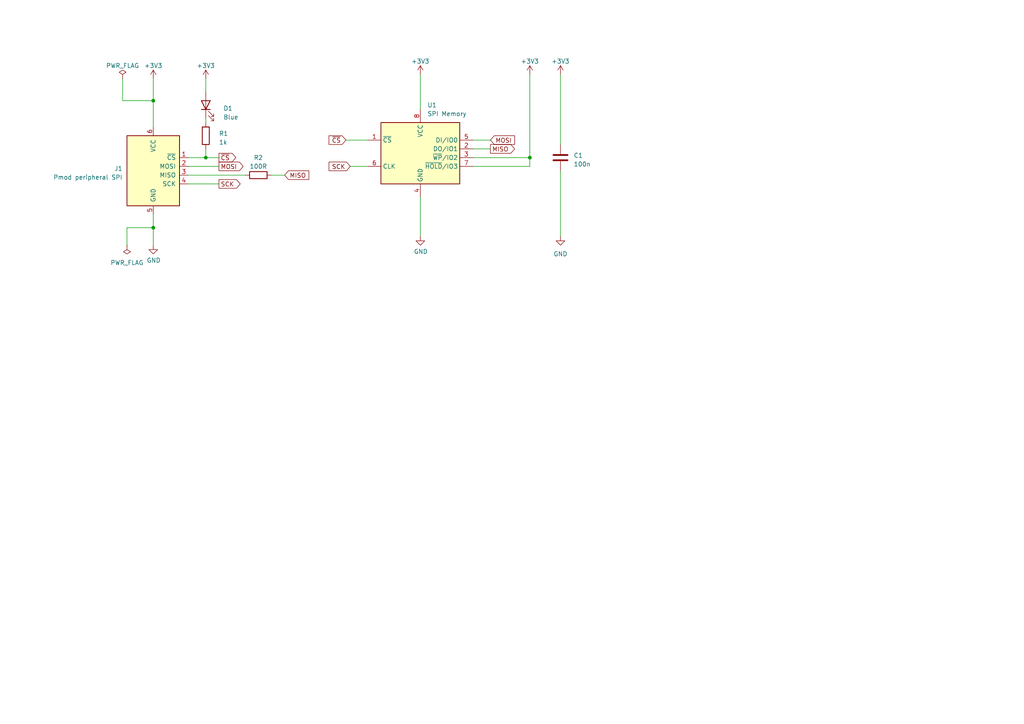
<source format=kicad_sch>
(kicad_sch (version 20230121) (generator eeschema)

  (uuid ef409a08-157a-48a5-aaa9-474c2683968c)

  (paper "A4")

  (title_block
    (title "PMOD SPI Memory")
    (date "2023-03-31")
    (rev "V1.0")
    (company "https://github.com/atoomnetmarc/PMOD-SPI-Memory")
  )

  (lib_symbols
    (symbol "Connector-extra:Pmod-peripheral-spi" (pin_names (offset 1.016)) (in_bom yes) (on_board yes)
      (property "Reference" "J" (at -6.985 11.43 0)
        (effects (font (size 1.27 1.27)))
      )
      (property "Value" "Pmod peripheral SPI" (at 0.635 11.43 0)
        (effects (font (size 1.27 1.27)) (justify left))
      )
      (property "Footprint" "Connector_PinHeader_2.54mm-extra:PinHeader_1x06_P2.54mm_Horizontal" (at 0 -15.24 0)
        (effects (font (size 1.27 1.27)) hide)
      )
      (property "Datasheet" "https://digilent.com/reference/pmod/start" (at -1.27 -17.78 0)
        (effects (font (size 1.27 1.27)) hide)
      )
      (property "ki_keywords" "pmod" (at 0 0 0)
        (effects (font (size 1.27 1.27)) hide)
      )
      (property "ki_description" "Pmod Interface Type 2 (SPI) peripheral" (at 0 0 0)
        (effects (font (size 1.27 1.27)) hide)
      )
      (symbol "Pmod-peripheral-spi_0_1"
        (rectangle (start -7.62 10.16) (end 7.62 -10.16)
          (stroke (width 0.254) (type default))
          (fill (type background))
        )
      )
      (symbol "Pmod-peripheral-spi_1_1"
        (pin output line (at 10.16 3.81 180) (length 2.54)
          (name "~{CS}" (effects (font (size 1.27 1.27))))
          (number "1" (effects (font (size 1.27 1.27))))
        )
        (pin output line (at 10.16 1.27 180) (length 2.54)
          (name "MOSI" (effects (font (size 1.27 1.27))))
          (number "2" (effects (font (size 1.27 1.27))))
        )
        (pin input line (at 10.16 -1.27 180) (length 2.54)
          (name "MISO" (effects (font (size 1.27 1.27))))
          (number "3" (effects (font (size 1.27 1.27))))
        )
        (pin output line (at 10.16 -3.81 180) (length 2.54)
          (name "SCK" (effects (font (size 1.27 1.27))))
          (number "4" (effects (font (size 1.27 1.27))))
        )
        (pin power_in line (at 0 -12.7 90) (length 2.54)
          (name "GND" (effects (font (size 1.27 1.27))))
          (number "5" (effects (font (size 1.27 1.27))))
        )
        (pin power_in line (at 0 12.7 270) (length 2.54)
          (name "VCC" (effects (font (size 1.27 1.27))))
          (number "6" (effects (font (size 1.27 1.27))))
        )
      )
    )
    (symbol "Device:C" (pin_numbers hide) (pin_names (offset 0.254)) (in_bom yes) (on_board yes)
      (property "Reference" "C" (at 0.635 2.54 0)
        (effects (font (size 1.27 1.27)) (justify left))
      )
      (property "Value" "C" (at 0.635 -2.54 0)
        (effects (font (size 1.27 1.27)) (justify left))
      )
      (property "Footprint" "" (at 0.9652 -3.81 0)
        (effects (font (size 1.27 1.27)) hide)
      )
      (property "Datasheet" "~" (at 0 0 0)
        (effects (font (size 1.27 1.27)) hide)
      )
      (property "ki_keywords" "cap capacitor" (at 0 0 0)
        (effects (font (size 1.27 1.27)) hide)
      )
      (property "ki_description" "Unpolarized capacitor" (at 0 0 0)
        (effects (font (size 1.27 1.27)) hide)
      )
      (property "ki_fp_filters" "C_*" (at 0 0 0)
        (effects (font (size 1.27 1.27)) hide)
      )
      (symbol "C_0_1"
        (polyline
          (pts
            (xy -2.032 -0.762)
            (xy 2.032 -0.762)
          )
          (stroke (width 0.508) (type default))
          (fill (type none))
        )
        (polyline
          (pts
            (xy -2.032 0.762)
            (xy 2.032 0.762)
          )
          (stroke (width 0.508) (type default))
          (fill (type none))
        )
      )
      (symbol "C_1_1"
        (pin passive line (at 0 3.81 270) (length 2.794)
          (name "~" (effects (font (size 1.27 1.27))))
          (number "1" (effects (font (size 1.27 1.27))))
        )
        (pin passive line (at 0 -3.81 90) (length 2.794)
          (name "~" (effects (font (size 1.27 1.27))))
          (number "2" (effects (font (size 1.27 1.27))))
        )
      )
    )
    (symbol "Device:LED" (pin_numbers hide) (pin_names (offset 1.016) hide) (in_bom yes) (on_board yes)
      (property "Reference" "D" (at 0 2.54 0)
        (effects (font (size 1.27 1.27)))
      )
      (property "Value" "LED" (at 0 -2.54 0)
        (effects (font (size 1.27 1.27)))
      )
      (property "Footprint" "" (at 0 0 0)
        (effects (font (size 1.27 1.27)) hide)
      )
      (property "Datasheet" "~" (at 0 0 0)
        (effects (font (size 1.27 1.27)) hide)
      )
      (property "ki_keywords" "LED diode" (at 0 0 0)
        (effects (font (size 1.27 1.27)) hide)
      )
      (property "ki_description" "Light emitting diode" (at 0 0 0)
        (effects (font (size 1.27 1.27)) hide)
      )
      (property "ki_fp_filters" "LED* LED_SMD:* LED_THT:*" (at 0 0 0)
        (effects (font (size 1.27 1.27)) hide)
      )
      (symbol "LED_0_1"
        (polyline
          (pts
            (xy -1.27 -1.27)
            (xy -1.27 1.27)
          )
          (stroke (width 0.254) (type default))
          (fill (type none))
        )
        (polyline
          (pts
            (xy -1.27 0)
            (xy 1.27 0)
          )
          (stroke (width 0) (type default))
          (fill (type none))
        )
        (polyline
          (pts
            (xy 1.27 -1.27)
            (xy 1.27 1.27)
            (xy -1.27 0)
            (xy 1.27 -1.27)
          )
          (stroke (width 0.254) (type default))
          (fill (type none))
        )
        (polyline
          (pts
            (xy -3.048 -0.762)
            (xy -4.572 -2.286)
            (xy -3.81 -2.286)
            (xy -4.572 -2.286)
            (xy -4.572 -1.524)
          )
          (stroke (width 0) (type default))
          (fill (type none))
        )
        (polyline
          (pts
            (xy -1.778 -0.762)
            (xy -3.302 -2.286)
            (xy -2.54 -2.286)
            (xy -3.302 -2.286)
            (xy -3.302 -1.524)
          )
          (stroke (width 0) (type default))
          (fill (type none))
        )
      )
      (symbol "LED_1_1"
        (pin passive line (at -3.81 0 0) (length 2.54)
          (name "K" (effects (font (size 1.27 1.27))))
          (number "1" (effects (font (size 1.27 1.27))))
        )
        (pin passive line (at 3.81 0 180) (length 2.54)
          (name "A" (effects (font (size 1.27 1.27))))
          (number "2" (effects (font (size 1.27 1.27))))
        )
      )
    )
    (symbol "Device:R" (pin_numbers hide) (pin_names (offset 0)) (in_bom yes) (on_board yes)
      (property "Reference" "R" (at 2.032 0 90)
        (effects (font (size 1.27 1.27)))
      )
      (property "Value" "R" (at 0 0 90)
        (effects (font (size 1.27 1.27)))
      )
      (property "Footprint" "" (at -1.778 0 90)
        (effects (font (size 1.27 1.27)) hide)
      )
      (property "Datasheet" "~" (at 0 0 0)
        (effects (font (size 1.27 1.27)) hide)
      )
      (property "ki_keywords" "R res resistor" (at 0 0 0)
        (effects (font (size 1.27 1.27)) hide)
      )
      (property "ki_description" "Resistor" (at 0 0 0)
        (effects (font (size 1.27 1.27)) hide)
      )
      (property "ki_fp_filters" "R_*" (at 0 0 0)
        (effects (font (size 1.27 1.27)) hide)
      )
      (symbol "R_0_1"
        (rectangle (start -1.016 -2.54) (end 1.016 2.54)
          (stroke (width 0.254) (type default))
          (fill (type none))
        )
      )
      (symbol "R_1_1"
        (pin passive line (at 0 3.81 270) (length 1.27)
          (name "~" (effects (font (size 1.27 1.27))))
          (number "1" (effects (font (size 1.27 1.27))))
        )
        (pin passive line (at 0 -3.81 90) (length 1.27)
          (name "~" (effects (font (size 1.27 1.27))))
          (number "2" (effects (font (size 1.27 1.27))))
        )
      )
    )
    (symbol "Memory_Flash-extra:W25Q64FV" (in_bom yes) (on_board yes)
      (property "Reference" "U" (at 2.54 12.7 0)
        (effects (font (size 1.27 1.27)))
      )
      (property "Value" "W25Q64FV" (at 5.08 10.16 0)
        (effects (font (size 1.27 1.27)))
      )
      (property "Footprint" "Package_SO-fixed:SOIC-8_5.23x5.23mm_P1.27mm" (at 0 -15.24 0)
        (effects (font (size 1.27 1.27)) hide)
      )
      (property "Datasheet" "" (at 0 0 0)
        (effects (font (size 1.27 1.27)) hide)
      )
      (property "ki_keywords" "SPI DSPI QSPI 64Mbit 3V" (at 0 0 0)
        (effects (font (size 1.27 1.27)) hide)
      )
      (property "ki_description" "64-Mbit, 3V Minimum SPI Serial Flash Memory with Dual-I/O and Quad-I/O Support, SOIC-8" (at 0 0 0)
        (effects (font (size 1.27 1.27)) hide)
      )
      (property "ki_fp_filters" "SOIC?8*5.23x5.23mm*P1.27mm*" (at 0 0 0)
        (effects (font (size 1.27 1.27)) hide)
      )
      (symbol "W25Q64FV_1_1"
        (rectangle (start -11.43 8.89) (end 11.43 -8.89)
          (stroke (width 0.254) (type default))
          (fill (type background))
        )
        (pin input line (at -15.24 3.81 0) (length 3.81)
          (name "~{CS}" (effects (font (size 1.27 1.27))))
          (number "1" (effects (font (size 1.27 1.27))))
        )
        (pin bidirectional line (at 15.24 1.27 180) (length 3.81)
          (name "DO/IO1" (effects (font (size 1.27 1.27))))
          (number "2" (effects (font (size 1.27 1.27))))
        )
        (pin passive line (at 15.24 -1.27 180) (length 3.81)
          (name "~{WP}/IO2" (effects (font (size 1.27 1.27))))
          (number "3" (effects (font (size 1.27 1.27))))
        )
        (pin power_in line (at 0 -12.7 90) (length 3.81)
          (name "GND" (effects (font (size 1.27 1.27))))
          (number "4" (effects (font (size 1.27 1.27))))
        )
        (pin bidirectional line (at 15.24 3.81 180) (length 3.81)
          (name "DI/IO0" (effects (font (size 1.27 1.27))))
          (number "5" (effects (font (size 1.27 1.27))))
        )
        (pin input line (at -15.24 -3.81 0) (length 3.81)
          (name "CLK" (effects (font (size 1.27 1.27))))
          (number "6" (effects (font (size 1.27 1.27))))
        )
        (pin passive line (at 15.24 -3.81 180) (length 3.81)
          (name "~{HOLD}/IO3" (effects (font (size 1.27 1.27))))
          (number "7" (effects (font (size 1.27 1.27))))
        )
        (pin power_in line (at 0 12.7 270) (length 3.81)
          (name "VCC" (effects (font (size 1.27 1.27))))
          (number "8" (effects (font (size 1.27 1.27))))
        )
      )
    )
    (symbol "power:+3V3" (power) (pin_names (offset 0)) (in_bom yes) (on_board yes)
      (property "Reference" "#PWR" (at 0 -3.81 0)
        (effects (font (size 1.27 1.27)) hide)
      )
      (property "Value" "+3V3" (at 0 3.556 0)
        (effects (font (size 1.27 1.27)))
      )
      (property "Footprint" "" (at 0 0 0)
        (effects (font (size 1.27 1.27)) hide)
      )
      (property "Datasheet" "" (at 0 0 0)
        (effects (font (size 1.27 1.27)) hide)
      )
      (property "ki_keywords" "global power" (at 0 0 0)
        (effects (font (size 1.27 1.27)) hide)
      )
      (property "ki_description" "Power symbol creates a global label with name \"+3V3\"" (at 0 0 0)
        (effects (font (size 1.27 1.27)) hide)
      )
      (symbol "+3V3_0_1"
        (polyline
          (pts
            (xy -0.762 1.27)
            (xy 0 2.54)
          )
          (stroke (width 0) (type default))
          (fill (type none))
        )
        (polyline
          (pts
            (xy 0 0)
            (xy 0 2.54)
          )
          (stroke (width 0) (type default))
          (fill (type none))
        )
        (polyline
          (pts
            (xy 0 2.54)
            (xy 0.762 1.27)
          )
          (stroke (width 0) (type default))
          (fill (type none))
        )
      )
      (symbol "+3V3_1_1"
        (pin power_in line (at 0 0 90) (length 0) hide
          (name "+3V3" (effects (font (size 1.27 1.27))))
          (number "1" (effects (font (size 1.27 1.27))))
        )
      )
    )
    (symbol "power:GND" (power) (pin_names (offset 0)) (in_bom yes) (on_board yes)
      (property "Reference" "#PWR" (at 0 -6.35 0)
        (effects (font (size 1.27 1.27)) hide)
      )
      (property "Value" "GND" (at 0 -3.81 0)
        (effects (font (size 1.27 1.27)))
      )
      (property "Footprint" "" (at 0 0 0)
        (effects (font (size 1.27 1.27)) hide)
      )
      (property "Datasheet" "" (at 0 0 0)
        (effects (font (size 1.27 1.27)) hide)
      )
      (property "ki_keywords" "global power" (at 0 0 0)
        (effects (font (size 1.27 1.27)) hide)
      )
      (property "ki_description" "Power symbol creates a global label with name \"GND\" , ground" (at 0 0 0)
        (effects (font (size 1.27 1.27)) hide)
      )
      (symbol "GND_0_1"
        (polyline
          (pts
            (xy 0 0)
            (xy 0 -1.27)
            (xy 1.27 -1.27)
            (xy 0 -2.54)
            (xy -1.27 -1.27)
            (xy 0 -1.27)
          )
          (stroke (width 0) (type default))
          (fill (type none))
        )
      )
      (symbol "GND_1_1"
        (pin power_in line (at 0 0 270) (length 0) hide
          (name "GND" (effects (font (size 1.27 1.27))))
          (number "1" (effects (font (size 1.27 1.27))))
        )
      )
    )
    (symbol "power:PWR_FLAG" (power) (pin_numbers hide) (pin_names (offset 0) hide) (in_bom yes) (on_board yes)
      (property "Reference" "#FLG" (at 0 1.905 0)
        (effects (font (size 1.27 1.27)) hide)
      )
      (property "Value" "PWR_FLAG" (at 0 3.81 0)
        (effects (font (size 1.27 1.27)))
      )
      (property "Footprint" "" (at 0 0 0)
        (effects (font (size 1.27 1.27)) hide)
      )
      (property "Datasheet" "~" (at 0 0 0)
        (effects (font (size 1.27 1.27)) hide)
      )
      (property "ki_keywords" "flag power" (at 0 0 0)
        (effects (font (size 1.27 1.27)) hide)
      )
      (property "ki_description" "Special symbol for telling ERC where power comes from" (at 0 0 0)
        (effects (font (size 1.27 1.27)) hide)
      )
      (symbol "PWR_FLAG_0_0"
        (pin power_out line (at 0 0 90) (length 0)
          (name "pwr" (effects (font (size 1.27 1.27))))
          (number "1" (effects (font (size 1.27 1.27))))
        )
      )
      (symbol "PWR_FLAG_0_1"
        (polyline
          (pts
            (xy 0 0)
            (xy 0 1.27)
            (xy -1.016 1.905)
            (xy 0 2.54)
            (xy 1.016 1.905)
            (xy 0 1.27)
          )
          (stroke (width 0) (type default))
          (fill (type none))
        )
      )
    )
  )

  (junction (at 153.67 45.72) (diameter 0) (color 0 0 0 0)
    (uuid 199a99b3-0f51-427e-8d4c-87659c983d65)
  )
  (junction (at 59.69 45.72) (diameter 0) (color 0 0 0 0)
    (uuid edfa718a-dd0d-437c-8e42-87106c8353f3)
  )
  (junction (at 44.45 29.21) (diameter 0) (color 0 0 0 0)
    (uuid eee73422-3f27-45f0-a222-c38cf9218c5c)
  )
  (junction (at 44.45 66.04) (diameter 0) (color 0 0 0 0)
    (uuid fa9c374f-b149-4673-bf45-6a2464dfc6d7)
  )

  (wire (pts (xy 153.67 21.59) (xy 153.67 45.72))
    (stroke (width 0) (type default))
    (uuid 0043d642-b5c8-456c-b0d5-ab06559cd33d)
  )
  (wire (pts (xy 101.6 48.26) (xy 106.68 48.26))
    (stroke (width 0) (type default))
    (uuid 07475cf9-2c70-4237-9c8b-55b5f0ee67fa)
  )
  (wire (pts (xy 137.16 48.26) (xy 153.67 48.26))
    (stroke (width 0) (type default))
    (uuid 08f0c28c-5b1f-4a1d-bc42-62bc677becec)
  )
  (wire (pts (xy 162.56 49.53) (xy 162.56 68.58))
    (stroke (width 0) (type default))
    (uuid 09983d2d-ad3c-46a5-84f4-210397425dc2)
  )
  (wire (pts (xy 121.92 21.59) (xy 121.92 31.75))
    (stroke (width 0) (type default))
    (uuid 0ca2a914-957e-422b-a171-51126d0b82e1)
  )
  (wire (pts (xy 100.33 40.64) (xy 106.68 40.64))
    (stroke (width 0) (type default))
    (uuid 22c3d72e-e754-4a52-8c1c-1381f1b5abdb)
  )
  (wire (pts (xy 59.69 26.67) (xy 59.69 22.86))
    (stroke (width 0) (type default))
    (uuid 266a7df1-51e1-4c14-8a0a-926973cbe612)
  )
  (wire (pts (xy 54.61 45.72) (xy 59.69 45.72))
    (stroke (width 0) (type default))
    (uuid 34467498-e4c1-400e-9deb-97d3d91ba865)
  )
  (wire (pts (xy 44.45 66.04) (xy 44.45 71.12))
    (stroke (width 0) (type default))
    (uuid 3997eca3-9bce-47de-bf30-5d51ea26afe5)
  )
  (wire (pts (xy 162.56 21.59) (xy 162.56 41.91))
    (stroke (width 0) (type default))
    (uuid 4368c172-7642-42dc-bba3-67174fe29d25)
  )
  (wire (pts (xy 137.16 43.18) (xy 142.24 43.18))
    (stroke (width 0) (type default))
    (uuid 4d6a6bef-e20b-462b-b7d8-c49a951ea7f1)
  )
  (wire (pts (xy 59.69 45.72) (xy 63.5 45.72))
    (stroke (width 0) (type default))
    (uuid 4e2a5cb9-4f33-4c33-80e0-571697b3c8bf)
  )
  (wire (pts (xy 36.83 66.04) (xy 44.45 66.04))
    (stroke (width 0) (type default))
    (uuid 5aa799a1-0c79-4147-a2f1-6bb2f1804313)
  )
  (wire (pts (xy 78.74 50.8) (xy 82.55 50.8))
    (stroke (width 0) (type default))
    (uuid 5b3744fc-a6a1-4cfc-add1-dba00fbd0fa5)
  )
  (wire (pts (xy 54.61 50.8) (xy 71.12 50.8))
    (stroke (width 0) (type default))
    (uuid 5c890b76-6a9f-41a4-a32c-726cf9dce9fa)
  )
  (wire (pts (xy 137.16 45.72) (xy 153.67 45.72))
    (stroke (width 0) (type default))
    (uuid 61f2473c-5ee7-40a3-a46b-29ac043649f7)
  )
  (wire (pts (xy 44.45 29.21) (xy 44.45 36.83))
    (stroke (width 0) (type default))
    (uuid 66216b20-7e49-4f3d-bd8a-bc5cfa69112e)
  )
  (wire (pts (xy 137.16 40.64) (xy 142.24 40.64))
    (stroke (width 0) (type default))
    (uuid 6b2c4257-48e4-4f38-bd58-a7b6d136d144)
  )
  (wire (pts (xy 54.61 53.34) (xy 63.5 53.34))
    (stroke (width 0) (type default))
    (uuid 73c1304c-0a17-4caa-ae0c-c6a556a42163)
  )
  (wire (pts (xy 44.45 62.23) (xy 44.45 66.04))
    (stroke (width 0) (type default))
    (uuid 76d4e58f-68b4-47a0-9bc6-aff877c01182)
  )
  (wire (pts (xy 35.56 22.86) (xy 35.56 29.21))
    (stroke (width 0) (type default))
    (uuid 7a9fbe91-3905-4422-a232-73745cfa2218)
  )
  (wire (pts (xy 59.69 35.56) (xy 59.69 34.29))
    (stroke (width 0) (type default))
    (uuid 887770c4-3ad1-4e91-a043-db2167e6bee5)
  )
  (wire (pts (xy 44.45 22.86) (xy 44.45 29.21))
    (stroke (width 0) (type default))
    (uuid a3c71ed2-6717-49e2-ae16-068c2a2f6d7e)
  )
  (wire (pts (xy 121.92 57.15) (xy 121.92 68.58))
    (stroke (width 0) (type default))
    (uuid b61e14d0-5975-4013-b0af-9e41dc1b727c)
  )
  (wire (pts (xy 54.61 48.26) (xy 63.5 48.26))
    (stroke (width 0) (type default))
    (uuid c73e995d-8430-4a49-afb6-20ac3b9b0390)
  )
  (wire (pts (xy 36.83 71.12) (xy 36.83 66.04))
    (stroke (width 0) (type default))
    (uuid ddf7375c-8f63-4184-a429-b1c6946a27ea)
  )
  (wire (pts (xy 153.67 48.26) (xy 153.67 45.72))
    (stroke (width 0) (type default))
    (uuid e0dfc3d2-e99f-47ab-af62-55020305af23)
  )
  (wire (pts (xy 59.69 43.18) (xy 59.69 45.72))
    (stroke (width 0) (type default))
    (uuid e843c3eb-79c6-4922-bda6-abc4777e04a7)
  )
  (wire (pts (xy 35.56 29.21) (xy 44.45 29.21))
    (stroke (width 0) (type default))
    (uuid f27d7d14-dfce-4ef1-ac39-2ba384016f30)
  )

  (global_label "MISO" (shape output) (at 142.24 43.18 0) (fields_autoplaced)
    (effects (font (size 1.27 1.27)) (justify left))
    (uuid 341fdeef-b8af-413b-8894-fb4bb8fc09cf)
    (property "Intersheetrefs" "${INTERSHEET_REFS}" (at 153.0077 43.18 0)
      (effects (font (size 1.27 1.27)) (justify left) hide)
    )
  )
  (global_label "~{CS}" (shape output) (at 63.5 45.72 0) (fields_autoplaced)
    (effects (font (size 1.27 1.27)) (justify left))
    (uuid 53a38a06-2ca5-4f5b-ac63-c4c702d05554)
    (property "Intersheetrefs" "${INTERSHEET_REFS}" (at 68.8853 45.72 0)
      (effects (font (size 1.27 1.27)) (justify left) hide)
    )
  )
  (global_label "SCK" (shape input) (at 101.6 48.26 180) (fields_autoplaced)
    (effects (font (size 1.27 1.27)) (justify right))
    (uuid 8f4b45ff-a261-4bed-8de5-72b3e91e470b)
    (property "Intersheetrefs" "${INTERSHEET_REFS}" (at 91.679 48.26 0)
      (effects (font (size 1.27 1.27)) (justify right) hide)
    )
  )
  (global_label "MOSI" (shape input) (at 142.24 40.64 0) (fields_autoplaced)
    (effects (font (size 1.27 1.27)) (justify left))
    (uuid 9ed16105-2d00-4b9a-b895-3750f6777c87)
    (property "Intersheetrefs" "${INTERSHEET_REFS}" (at 153.0077 40.64 0)
      (effects (font (size 1.27 1.27)) (justify left) hide)
    )
  )
  (global_label "MOSI" (shape output) (at 63.5 48.26 0) (fields_autoplaced)
    (effects (font (size 1.27 1.27)) (justify left))
    (uuid b4d68599-0d37-47ae-bd81-eef201dd5ddc)
    (property "Intersheetrefs" "${INTERSHEET_REFS}" (at 71.002 48.26 0)
      (effects (font (size 1.27 1.27)) (justify left) hide)
    )
  )
  (global_label "SCK" (shape output) (at 63.5 53.34 0) (fields_autoplaced)
    (effects (font (size 1.27 1.27)) (justify left))
    (uuid d4e72770-3db8-4671-8338-e25dc08c63c8)
    (property "Intersheetrefs" "${INTERSHEET_REFS}" (at 70.1553 53.34 0)
      (effects (font (size 1.27 1.27)) (justify left) hide)
    )
  )
  (global_label "MISO" (shape input) (at 82.55 50.8 0) (fields_autoplaced)
    (effects (font (size 1.27 1.27)) (justify left))
    (uuid d6b162d8-e52c-4f72-9a92-95698c6d116f)
    (property "Intersheetrefs" "${INTERSHEET_REFS}" (at 90.052 50.8 0)
      (effects (font (size 1.27 1.27)) (justify left) hide)
    )
  )
  (global_label "~{CS}" (shape input) (at 100.33 40.64 180) (fields_autoplaced)
    (effects (font (size 1.27 1.27)) (justify right))
    (uuid d89923e4-4510-42ef-9806-4e23377df18e)
    (property "Intersheetrefs" "${INTERSHEET_REFS}" (at 94.9447 40.64 0)
      (effects (font (size 1.27 1.27)) (justify right) hide)
    )
  )

  (symbol (lib_id "Device:R") (at 59.69 39.37 0) (unit 1)
    (in_bom yes) (on_board yes) (dnp no) (fields_autoplaced)
    (uuid 11abda66-b405-477e-b214-a26ae952ebc6)
    (property "Reference" "R20" (at 63.5 38.735 0)
      (effects (font (size 1.27 1.27)) (justify left))
    )
    (property "Value" "1k" (at 63.5 41.275 0)
      (effects (font (size 1.27 1.27)) (justify left))
    )
    (property "Footprint" "Resistor_SMD:R_0805_2012Metric_Pad1.20x1.40mm_HandSolder" (at 57.912 39.37 90)
      (effects (font (size 1.27 1.27)) hide)
    )
    (property "Datasheet" "~" (at 59.69 39.37 0)
      (effects (font (size 1.27 1.27)) hide)
    )
    (pin "1" (uuid 15d8172f-d60e-4949-b424-ed2c547efcfd))
    (pin "2" (uuid eb759276-96f5-4cff-8042-c8ce20680abf))
    (instances
      (project "RISC-V emulator AVR"
        (path "/b25be410-ef2b-47a5-b0e7-4e30ab693d4d"
          (reference "R20") (unit 1)
        )
        (path "/b25be410-ef2b-47a5-b0e7-4e30ab693d4d/d85ed16e-ff2b-4233-8758-87eae0a45173"
          (reference "R18") (unit 1)
        )
      )
      (project "PMOD SPI Memory"
        (path "/ef409a08-157a-48a5-aaa9-474c2683968c"
          (reference "R1") (unit 1)
        )
      )
    )
  )

  (symbol (lib_id "power:+3V3") (at 121.92 21.59 0) (unit 1)
    (in_bom yes) (on_board yes) (dnp no) (fields_autoplaced)
    (uuid 1450e0b3-3073-449c-bd15-76c03964fd1f)
    (property "Reference" "#PWR03" (at 121.92 25.4 0)
      (effects (font (size 1.27 1.27)) hide)
    )
    (property "Value" "+3V3" (at 121.92 17.78 0)
      (effects (font (size 1.27 1.27)))
    )
    (property "Footprint" "" (at 121.92 21.59 0)
      (effects (font (size 1.27 1.27)) hide)
    )
    (property "Datasheet" "" (at 121.92 21.59 0)
      (effects (font (size 1.27 1.27)) hide)
    )
    (pin "1" (uuid 42f7a9c2-d3d2-4e58-8f0b-2857a3ceeb60))
    (instances
      (project "PMOD SPI Memory"
        (path "/ef409a08-157a-48a5-aaa9-474c2683968c"
          (reference "#PWR03") (unit 1)
        )
      )
    )
  )

  (symbol (lib_id "Device:LED") (at 59.69 30.48 90) (unit 1)
    (in_bom yes) (on_board yes) (dnp no) (fields_autoplaced)
    (uuid 26a2ea1e-7a3f-4b11-a849-f55bf1d2e01c)
    (property "Reference" "D9" (at 64.77 31.4325 90)
      (effects (font (size 1.27 1.27)) (justify right))
    )
    (property "Value" "Blue" (at 64.77 33.9725 90)
      (effects (font (size 1.27 1.27)) (justify right))
    )
    (property "Footprint" "LED_SMD:LED_0805_2012Metric_Pad1.15x1.40mm_HandSolder" (at 59.69 30.48 0)
      (effects (font (size 1.27 1.27)) hide)
    )
    (property "Datasheet" "~" (at 59.69 30.48 0)
      (effects (font (size 1.27 1.27)) hide)
    )
    (pin "1" (uuid 8310d381-9aa0-4674-9383-b33b4d4062ef))
    (pin "2" (uuid da03ff8a-a61c-4a94-9706-985c60d75e4f))
    (instances
      (project "RISC-V emulator AVR"
        (path "/b25be410-ef2b-47a5-b0e7-4e30ab693d4d"
          (reference "D9") (unit 1)
        )
        (path "/b25be410-ef2b-47a5-b0e7-4e30ab693d4d/d85ed16e-ff2b-4233-8758-87eae0a45173"
          (reference "D9") (unit 1)
        )
      )
      (project "PMOD SPI Memory"
        (path "/ef409a08-157a-48a5-aaa9-474c2683968c"
          (reference "D1") (unit 1)
        )
      )
    )
  )

  (symbol (lib_id "power:PWR_FLAG") (at 36.83 71.12 180) (unit 1)
    (in_bom yes) (on_board yes) (dnp no) (fields_autoplaced)
    (uuid 3b32fd98-ac22-4e86-a200-920d48083720)
    (property "Reference" "#FLG02" (at 36.83 73.025 0)
      (effects (font (size 1.27 1.27)) hide)
    )
    (property "Value" "PWR_FLAG" (at 36.83 76.2 0)
      (effects (font (size 1.27 1.27)))
    )
    (property "Footprint" "" (at 36.83 71.12 0)
      (effects (font (size 1.27 1.27)) hide)
    )
    (property "Datasheet" "~" (at 36.83 71.12 0)
      (effects (font (size 1.27 1.27)) hide)
    )
    (pin "1" (uuid 4defa87e-c6dd-4b57-a0b2-3819f1d060f6))
    (instances
      (project "PMOD SPI Memory"
        (path "/ef409a08-157a-48a5-aaa9-474c2683968c"
          (reference "#FLG02") (unit 1)
        )
      )
    )
  )

  (symbol (lib_id "Memory_Flash-extra:W25Q64FV") (at 121.92 44.45 0) (unit 1)
    (in_bom yes) (on_board yes) (dnp no) (fields_autoplaced)
    (uuid 567bf7e7-fb25-4aca-a3b7-c1df94eeb5a2)
    (property "Reference" "U1" (at 123.9394 30.48 0)
      (effects (font (size 1.27 1.27)) (justify left))
    )
    (property "Value" "SPI Memory" (at 123.9394 33.02 0)
      (effects (font (size 1.27 1.27)) (justify left))
    )
    (property "Footprint" "Package-extra:Frankenstein-8" (at 121.92 59.69 0)
      (effects (font (size 1.27 1.27)) hide)
    )
    (property "Datasheet" "" (at 121.92 44.45 0)
      (effects (font (size 1.27 1.27)) hide)
    )
    (pin "1" (uuid d4f55f54-ae3c-4b7f-9f8c-c17e42a25275))
    (pin "2" (uuid 8cc41c07-9c47-4894-b406-321b5a091155))
    (pin "3" (uuid ba1ecede-165e-4546-8046-fa0d49393b18))
    (pin "4" (uuid adc5b706-906a-4433-8c8b-ae052ef79d5d))
    (pin "5" (uuid 21eae8e5-5d1c-4517-b8e4-de8c3916be0f))
    (pin "6" (uuid 00be6fa2-a3c6-40bc-9143-98fd8d18ac42))
    (pin "7" (uuid db3fb557-96cc-4104-a439-59a1a9ce23cf))
    (pin "8" (uuid 1b00540e-ef50-425a-88ca-2ac41fa88e4f))
    (instances
      (project "IoT12 Control Board"
        (path "/2454fd1b-3484-4838-8b7e-d26357238fe1/00000000-0000-0000-0000-000060488463"
          (reference "U1") (unit 1)
        )
      )
      (project "RISC-V emulator AVR"
        (path "/b25be410-ef2b-47a5-b0e7-4e30ab693d4d"
          (reference "U5") (unit 1)
        )
        (path "/b25be410-ef2b-47a5-b0e7-4e30ab693d4d/0ca56ccd-8756-4f8d-88ea-e6f5e867e9e2"
          (reference "U5") (unit 1)
        )
      )
      (project "PMOD SPI Memory"
        (path "/ef409a08-157a-48a5-aaa9-474c2683968c"
          (reference "U1") (unit 1)
        )
      )
    )
  )

  (symbol (lib_id "power:+3V3") (at 153.67 21.59 0) (unit 1)
    (in_bom yes) (on_board yes) (dnp no) (fields_autoplaced)
    (uuid 608c3b86-6c03-4363-b096-a15bad055253)
    (property "Reference" "#PWR06" (at 153.67 25.4 0)
      (effects (font (size 1.27 1.27)) hide)
    )
    (property "Value" "+3V3" (at 153.67 17.78 0)
      (effects (font (size 1.27 1.27)))
    )
    (property "Footprint" "" (at 153.67 21.59 0)
      (effects (font (size 1.27 1.27)) hide)
    )
    (property "Datasheet" "" (at 153.67 21.59 0)
      (effects (font (size 1.27 1.27)) hide)
    )
    (pin "1" (uuid e98ee02a-7c1e-49e1-a67f-b5ff65a0a62f))
    (instances
      (project "PMOD SPI Memory"
        (path "/ef409a08-157a-48a5-aaa9-474c2683968c"
          (reference "#PWR06") (unit 1)
        )
      )
    )
  )

  (symbol (lib_id "Connector-extra:Pmod-peripheral-spi") (at 44.45 49.53 0) (unit 1)
    (in_bom yes) (on_board yes) (dnp no) (fields_autoplaced)
    (uuid b315cb51-633d-45b8-a286-54de23b8ed28)
    (property "Reference" "J1" (at 35.56 48.895 0)
      (effects (font (size 1.27 1.27)) (justify right))
    )
    (property "Value" "Pmod peripheral SPI" (at 35.56 51.435 0)
      (effects (font (size 1.27 1.27)) (justify right))
    )
    (property "Footprint" "Connector_PinHeader_2.54mm-extra:PinHeader_1x06_P2.54mm_Horizontal" (at 44.45 64.77 0)
      (effects (font (size 1.27 1.27)) hide)
    )
    (property "Datasheet" "https://digilent.com/reference/pmod/start" (at 43.18 67.31 0)
      (effects (font (size 1.27 1.27)) hide)
    )
    (pin "1" (uuid bcc8a813-ce9d-462d-9712-ce0f4d7f8924))
    (pin "2" (uuid 5c427ec8-7316-4105-acaa-5c2fa66b0e98))
    (pin "3" (uuid 8faf7651-edeb-44f2-97ad-c27edf9802e8))
    (pin "4" (uuid 0fce14d4-5e00-40cd-9c5f-8110f894b6ab))
    (pin "5" (uuid 57e3e631-80ea-4ed9-80c9-d0978a38f936))
    (pin "6" (uuid ea022d4b-54e8-441d-b646-490a57c1ae19))
    (instances
      (project "PMOD SPI Memory"
        (path "/ef409a08-157a-48a5-aaa9-474c2683968c"
          (reference "J1") (unit 1)
        )
      )
    )
  )

  (symbol (lib_id "power:+3V3") (at 44.45 22.86 0) (unit 1)
    (in_bom yes) (on_board yes) (dnp no) (fields_autoplaced)
    (uuid c4e85ea2-63dd-42d4-b367-8ded66c89631)
    (property "Reference" "#PWR01" (at 44.45 26.67 0)
      (effects (font (size 1.27 1.27)) hide)
    )
    (property "Value" "+3V3" (at 44.45 19.05 0)
      (effects (font (size 1.27 1.27)))
    )
    (property "Footprint" "" (at 44.45 22.86 0)
      (effects (font (size 1.27 1.27)) hide)
    )
    (property "Datasheet" "" (at 44.45 22.86 0)
      (effects (font (size 1.27 1.27)) hide)
    )
    (pin "1" (uuid 604def3b-36d2-412c-b1bd-f98d5dcaae57))
    (instances
      (project "PMOD SPI Memory"
        (path "/ef409a08-157a-48a5-aaa9-474c2683968c"
          (reference "#PWR01") (unit 1)
        )
      )
    )
  )

  (symbol (lib_id "power:GND") (at 162.56 68.58 0) (unit 1)
    (in_bom yes) (on_board yes) (dnp no) (fields_autoplaced)
    (uuid cd720358-cf18-46fd-8f99-5a37bf2f2d26)
    (property "Reference" "#PWR055" (at 162.56 74.93 0)
      (effects (font (size 1.27 1.27)) hide)
    )
    (property "Value" "GND" (at 162.56 73.66 0)
      (effects (font (size 1.27 1.27)))
    )
    (property "Footprint" "" (at 162.56 68.58 0)
      (effects (font (size 1.27 1.27)) hide)
    )
    (property "Datasheet" "" (at 162.56 68.58 0)
      (effects (font (size 1.27 1.27)) hide)
    )
    (pin "1" (uuid 577803fd-ce68-4de8-b1a8-351ab0e33a48))
    (instances
      (project "RISC-V emulator AVR"
        (path "/b25be410-ef2b-47a5-b0e7-4e30ab693d4d"
          (reference "#PWR055") (unit 1)
        )
        (path "/b25be410-ef2b-47a5-b0e7-4e30ab693d4d/0ca56ccd-8756-4f8d-88ea-e6f5e867e9e2"
          (reference "#PWR053") (unit 1)
        )
      )
      (project "PMOD SPI Memory"
        (path "/ef409a08-157a-48a5-aaa9-474c2683968c"
          (reference "#PWR08") (unit 1)
        )
      )
    )
  )

  (symbol (lib_id "power:+3V3") (at 162.56 21.59 0) (unit 1)
    (in_bom yes) (on_board yes) (dnp no) (fields_autoplaced)
    (uuid d7383219-2ca6-4629-a926-ccedc6dee25d)
    (property "Reference" "#PWR07" (at 162.56 25.4 0)
      (effects (font (size 1.27 1.27)) hide)
    )
    (property "Value" "+3V3" (at 162.56 17.78 0)
      (effects (font (size 1.27 1.27)))
    )
    (property "Footprint" "" (at 162.56 21.59 0)
      (effects (font (size 1.27 1.27)) hide)
    )
    (property "Datasheet" "" (at 162.56 21.59 0)
      (effects (font (size 1.27 1.27)) hide)
    )
    (pin "1" (uuid e082f573-5d8d-44da-aeaf-4816622ca732))
    (instances
      (project "PMOD SPI Memory"
        (path "/ef409a08-157a-48a5-aaa9-474c2683968c"
          (reference "#PWR07") (unit 1)
        )
      )
    )
  )

  (symbol (lib_id "power:GND") (at 44.45 71.12 0) (unit 1)
    (in_bom yes) (on_board yes) (dnp no)
    (uuid deb8d789-60db-4de0-9513-7b7fce1460db)
    (property "Reference" "#PWR0377" (at 44.45 77.47 0)
      (effects (font (size 1.27 1.27)) hide)
    )
    (property "Value" "GND" (at 44.577 75.5142 0)
      (effects (font (size 1.27 1.27)))
    )
    (property "Footprint" "" (at 44.45 71.12 0)
      (effects (font (size 1.27 1.27)) hide)
    )
    (property "Datasheet" "" (at 44.45 71.12 0)
      (effects (font (size 1.27 1.27)) hide)
    )
    (pin "1" (uuid 1e2b0be7-61d6-4b37-9054-e7ffc9117125))
    (instances
      (project "Diy 8-bit board for UM2"
        (path "/0554bea0-89b2-4e25-9ea3-4c73921c94cb/00000000-0000-0000-0000-00005da4b487"
          (reference "#PWR0377") (unit 1)
        )
      )
      (project "RISC-V emulator AVR"
        (path "/b25be410-ef2b-47a5-b0e7-4e30ab693d4d"
          (reference "#PWR058") (unit 1)
        )
        (path "/b25be410-ef2b-47a5-b0e7-4e30ab693d4d/d85ed16e-ff2b-4233-8758-87eae0a45173"
          (reference "#PWR062") (unit 1)
        )
      )
      (project "PMOD SPI Memory"
        (path "/ef409a08-157a-48a5-aaa9-474c2683968c"
          (reference "#PWR02") (unit 1)
        )
      )
    )
  )

  (symbol (lib_id "Device:C") (at 162.56 45.72 0) (unit 1)
    (in_bom yes) (on_board yes) (dnp no) (fields_autoplaced)
    (uuid e3c0d726-fc67-45d0-aaf7-334526366c88)
    (property "Reference" "C12" (at 166.37 45.085 0)
      (effects (font (size 1.27 1.27)) (justify left))
    )
    (property "Value" "100n" (at 166.37 47.625 0)
      (effects (font (size 1.27 1.27)) (justify left))
    )
    (property "Footprint" "Capacitor_SMD:C_0805_2012Metric_Pad1.18x1.45mm_HandSolder" (at 163.5252 49.53 0)
      (effects (font (size 1.27 1.27)) hide)
    )
    (property "Datasheet" "~" (at 162.56 45.72 0)
      (effects (font (size 1.27 1.27)) hide)
    )
    (pin "1" (uuid 0599df54-2cc8-4239-b4bd-a760eae3148b))
    (pin "2" (uuid 6f580894-0177-4cca-93c1-16edc9f02369))
    (instances
      (project "RISC-V emulator AVR"
        (path "/b25be410-ef2b-47a5-b0e7-4e30ab693d4d"
          (reference "C12") (unit 1)
        )
        (path "/b25be410-ef2b-47a5-b0e7-4e30ab693d4d/0ca56ccd-8756-4f8d-88ea-e6f5e867e9e2"
          (reference "C10") (unit 1)
        )
      )
      (project "PMOD SPI Memory"
        (path "/ef409a08-157a-48a5-aaa9-474c2683968c"
          (reference "C1") (unit 1)
        )
      )
    )
  )

  (symbol (lib_id "power:PWR_FLAG") (at 35.56 22.86 0) (unit 1)
    (in_bom yes) (on_board yes) (dnp no) (fields_autoplaced)
    (uuid ebf8a8ef-3700-491b-8f35-985a58152c2a)
    (property "Reference" "#FLG01" (at 35.56 20.955 0)
      (effects (font (size 1.27 1.27)) hide)
    )
    (property "Value" "PWR_FLAG" (at 35.56 19.05 0)
      (effects (font (size 1.27 1.27)))
    )
    (property "Footprint" "" (at 35.56 22.86 0)
      (effects (font (size 1.27 1.27)) hide)
    )
    (property "Datasheet" "~" (at 35.56 22.86 0)
      (effects (font (size 1.27 1.27)) hide)
    )
    (pin "1" (uuid 40e39bfb-d136-41a7-a319-2b1af5d8cff1))
    (instances
      (project "PMOD SPI Memory"
        (path "/ef409a08-157a-48a5-aaa9-474c2683968c"
          (reference "#FLG01") (unit 1)
        )
      )
    )
  )

  (symbol (lib_id "Device:R") (at 74.93 50.8 90) (unit 1)
    (in_bom yes) (on_board yes) (dnp no) (fields_autoplaced)
    (uuid eeee141f-85aa-4cda-b6e0-df9c542d176a)
    (property "Reference" "R12" (at 74.93 45.72 90)
      (effects (font (size 1.27 1.27)))
    )
    (property "Value" "100R" (at 74.93 48.26 90)
      (effects (font (size 1.27 1.27)))
    )
    (property "Footprint" "Resistor_SMD:R_0805_2012Metric_Pad1.20x1.40mm_HandSolder" (at 74.93 52.578 90)
      (effects (font (size 1.27 1.27)) hide)
    )
    (property "Datasheet" "~" (at 74.93 50.8 0)
      (effects (font (size 1.27 1.27)) hide)
    )
    (pin "1" (uuid 6e0bdb44-2936-420f-aa65-903eea16a676))
    (pin "2" (uuid d64b30b8-6c46-4345-9e5d-cc414b700301))
    (instances
      (project "RISC-V emulator AVR"
        (path "/b25be410-ef2b-47a5-b0e7-4e30ab693d4d"
          (reference "R12") (unit 1)
        )
        (path "/b25be410-ef2b-47a5-b0e7-4e30ab693d4d/0ca56ccd-8756-4f8d-88ea-e6f5e867e9e2"
          (reference "R14") (unit 1)
        )
      )
      (project "PMOD SPI Memory"
        (path "/ef409a08-157a-48a5-aaa9-474c2683968c"
          (reference "R2") (unit 1)
        )
      )
    )
  )

  (symbol (lib_id "power:+3V3") (at 59.69 22.86 0) (unit 1)
    (in_bom yes) (on_board yes) (dnp no) (fields_autoplaced)
    (uuid f86a62df-32d4-4a31-9971-f048e0733667)
    (property "Reference" "#PWR05" (at 59.69 26.67 0)
      (effects (font (size 1.27 1.27)) hide)
    )
    (property "Value" "+3V3" (at 59.69 19.05 0)
      (effects (font (size 1.27 1.27)))
    )
    (property "Footprint" "" (at 59.69 22.86 0)
      (effects (font (size 1.27 1.27)) hide)
    )
    (property "Datasheet" "" (at 59.69 22.86 0)
      (effects (font (size 1.27 1.27)) hide)
    )
    (pin "1" (uuid 96cded1b-b9f2-4e3d-9b60-50881377840e))
    (instances
      (project "PMOD SPI Memory"
        (path "/ef409a08-157a-48a5-aaa9-474c2683968c"
          (reference "#PWR05") (unit 1)
        )
      )
    )
  )

  (symbol (lib_id "power:GND") (at 121.92 68.58 0) (unit 1)
    (in_bom yes) (on_board yes) (dnp no)
    (uuid faeb9ce2-5a00-4b10-9782-262ecde1b2c4)
    (property "Reference" "#PWR0119" (at 121.92 74.93 0)
      (effects (font (size 1.27 1.27)) hide)
    )
    (property "Value" "GND" (at 122.047 72.9742 0)
      (effects (font (size 1.27 1.27)))
    )
    (property "Footprint" "" (at 121.92 68.58 0)
      (effects (font (size 1.27 1.27)) hide)
    )
    (property "Datasheet" "" (at 121.92 68.58 0)
      (effects (font (size 1.27 1.27)) hide)
    )
    (pin "1" (uuid 6dd799ea-519c-4739-a6dd-cdde9cf9a934))
    (instances
      (project "IoT12 Control Board"
        (path "/2454fd1b-3484-4838-8b7e-d26357238fe1/00000000-0000-0000-0000-000060488463"
          (reference "#PWR0119") (unit 1)
        )
      )
      (project "RISC-V emulator AVR"
        (path "/b25be410-ef2b-47a5-b0e7-4e30ab693d4d"
          (reference "#PWR041") (unit 1)
        )
        (path "/b25be410-ef2b-47a5-b0e7-4e30ab693d4d/0ca56ccd-8756-4f8d-88ea-e6f5e867e9e2"
          (reference "#PWR024") (unit 1)
        )
      )
      (project "PMOD SPI Memory"
        (path "/ef409a08-157a-48a5-aaa9-474c2683968c"
          (reference "#PWR04") (unit 1)
        )
      )
    )
  )

  (sheet_instances
    (path "/" (page "1"))
  )
)

</source>
